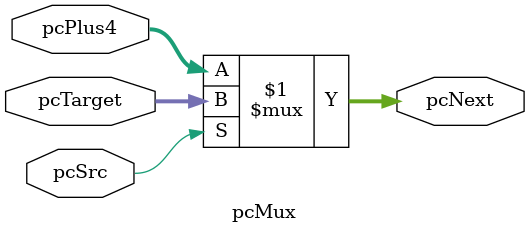
<source format=sv>
`timescale 1ns / 1ps


module pcMux(
input logic [31:0] pcPlus4,
input logic [31:0] pcTarget,
input logic pcSrc,
output logic [31:0] pcNext
    );

assign pcNext = (pcSrc)? pcTarget:pcPlus4;

endmodule

</source>
